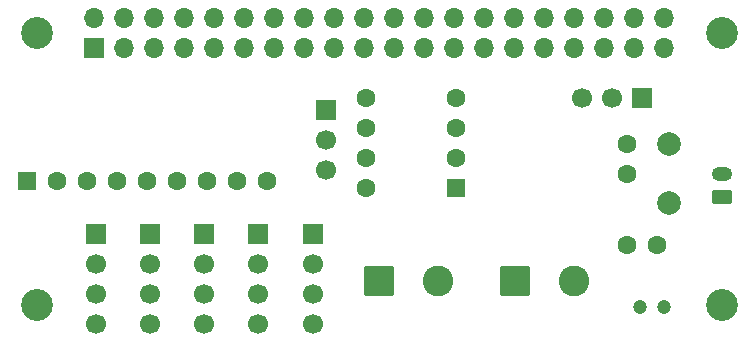
<source format=gbs>
G04 #@! TF.GenerationSoftware,KiCad,Pcbnew,9.0.3*
G04 #@! TF.CreationDate,2025-07-11T16:30:41-04:00*
G04 #@! TF.ProjectId,main,6d61696e-2e6b-4696-9361-645f70636258,rev?*
G04 #@! TF.SameCoordinates,Original*
G04 #@! TF.FileFunction,Soldermask,Bot*
G04 #@! TF.FilePolarity,Negative*
%FSLAX46Y46*%
G04 Gerber Fmt 4.6, Leading zero omitted, Abs format (unit mm)*
G04 Created by KiCad (PCBNEW 9.0.3) date 2025-07-11 16:30:41*
%MOMM*%
%LPD*%
G01*
G04 APERTURE LIST*
G04 Aperture macros list*
%AMRoundRect*
0 Rectangle with rounded corners*
0 $1 Rounding radius*
0 $2 $3 $4 $5 $6 $7 $8 $9 X,Y pos of 4 corners*
0 Add a 4 corners polygon primitive as box body*
4,1,4,$2,$3,$4,$5,$6,$7,$8,$9,$2,$3,0*
0 Add four circle primitives for the rounded corners*
1,1,$1+$1,$2,$3*
1,1,$1+$1,$4,$5*
1,1,$1+$1,$6,$7*
1,1,$1+$1,$8,$9*
0 Add four rect primitives between the rounded corners*
20,1,$1+$1,$2,$3,$4,$5,0*
20,1,$1+$1,$4,$5,$6,$7,0*
20,1,$1+$1,$6,$7,$8,$9,0*
20,1,$1+$1,$8,$9,$2,$3,0*%
G04 Aperture macros list end*
%ADD10C,2.700000*%
%ADD11R,1.700000X1.700000*%
%ADD12C,1.700000*%
%ADD13C,1.600000*%
%ADD14C,2.000000*%
%ADD15RoundRect,0.250000X-1.050000X-1.050000X1.050000X-1.050000X1.050000X1.050000X-1.050000X1.050000X0*%
%ADD16C,2.600000*%
%ADD17R,1.600000X1.600000*%
%ADD18C,1.200000*%
%ADD19RoundRect,0.250000X0.550000X0.550000X-0.550000X0.550000X-0.550000X-0.550000X0.550000X-0.550000X0*%
%ADD20RoundRect,0.250000X0.625000X-0.350000X0.625000X0.350000X-0.625000X0.350000X-0.625000X-0.350000X0*%
%ADD21O,1.750000X1.200000*%
%ADD22O,1.700000X1.700000*%
G04 APERTURE END LIST*
D10*
X161500000Y-73500000D03*
D11*
X128000000Y-80000000D03*
D12*
X128000000Y-82540000D03*
X128000000Y-85080000D03*
D11*
X117680000Y-90500000D03*
D12*
X117680000Y-93040000D03*
X117680000Y-95580000D03*
X117680000Y-98120000D03*
D13*
X153500000Y-82920000D03*
X153500000Y-85460000D03*
D14*
X157000000Y-87920000D03*
X157000000Y-82920000D03*
D10*
X103500000Y-96500000D03*
D11*
X113090000Y-90500000D03*
D12*
X113090000Y-93040000D03*
X113090000Y-95580000D03*
X113090000Y-98120000D03*
D10*
X103500000Y-73500000D03*
D15*
X132500000Y-94500000D03*
D16*
X137500000Y-94500000D03*
D17*
X102720000Y-86000000D03*
D13*
X105260000Y-86000000D03*
X107800000Y-86000000D03*
X110340000Y-86000000D03*
X112880000Y-86000000D03*
X115420000Y-86000000D03*
X117960000Y-86000000D03*
X120500000Y-86000000D03*
X123040000Y-86000000D03*
D11*
X122270000Y-90500000D03*
D12*
X122270000Y-93040000D03*
X122270000Y-95580000D03*
X122270000Y-98120000D03*
D11*
X108500000Y-90500000D03*
D12*
X108500000Y-93040000D03*
X108500000Y-95580000D03*
X108500000Y-98120000D03*
D18*
X154600000Y-96700000D03*
X156600000Y-96700000D03*
D19*
X139000000Y-86620000D03*
D13*
X139000000Y-84080000D03*
X139000000Y-81540000D03*
X139000000Y-79000000D03*
X131380000Y-79000000D03*
X131380000Y-81540000D03*
X131380000Y-84080000D03*
X131380000Y-86620000D03*
D15*
X144000000Y-94500000D03*
D16*
X149000000Y-94500000D03*
D20*
X161500000Y-87420000D03*
D21*
X161500000Y-85420000D03*
D10*
X161500000Y-96500000D03*
D11*
X126860000Y-90500000D03*
D12*
X126860000Y-93040000D03*
X126860000Y-95580000D03*
X126860000Y-98120000D03*
D13*
X156000000Y-91420000D03*
X153460000Y-91420000D03*
D11*
X154750000Y-79000000D03*
D12*
X152210000Y-79000000D03*
X149670000Y-79000000D03*
D11*
X108370000Y-74770000D03*
D22*
X108370000Y-72230000D03*
X110910000Y-74770000D03*
X110910000Y-72230000D03*
X113450000Y-74770000D03*
X113450000Y-72230000D03*
X115990000Y-74770000D03*
X115990000Y-72230000D03*
X118530000Y-74770000D03*
X118530000Y-72230000D03*
X121070000Y-74770000D03*
X121070000Y-72230000D03*
X123610000Y-74770000D03*
X123610000Y-72230000D03*
X126150000Y-74770000D03*
X126150000Y-72230000D03*
X128690000Y-74770000D03*
X128690000Y-72230000D03*
X131230000Y-74770000D03*
X131230000Y-72230000D03*
X133770000Y-74770000D03*
X133770000Y-72230000D03*
X136310000Y-74770000D03*
X136310000Y-72230000D03*
X138850000Y-74770000D03*
X138850000Y-72230000D03*
X141390000Y-74770000D03*
X141390000Y-72230000D03*
X143930000Y-74770000D03*
X143930000Y-72230000D03*
X146470000Y-74770000D03*
X146470000Y-72230000D03*
X149010000Y-74770000D03*
X149010000Y-72230000D03*
X151550000Y-74770000D03*
X151550000Y-72230000D03*
X154090000Y-74770000D03*
X154090000Y-72230000D03*
X156630000Y-74770000D03*
X156630000Y-72230000D03*
M02*

</source>
